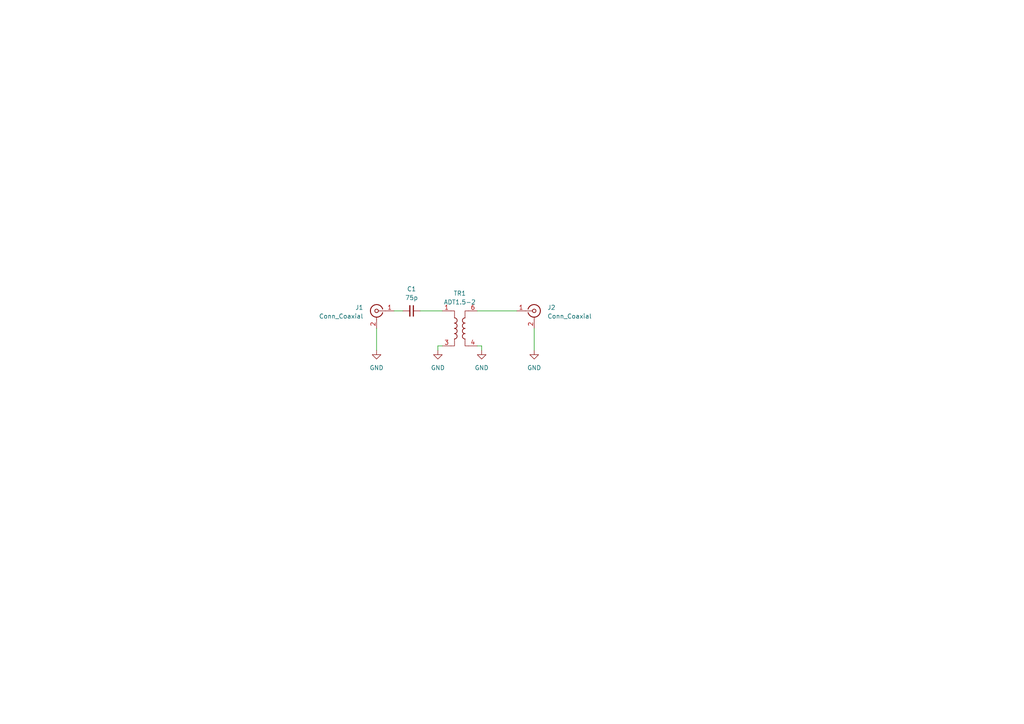
<source format=kicad_sch>
(kicad_sch (version 20230121) (generator eeschema)

  (uuid e644cc4c-0a4b-4588-9be3-92ade4582067)

  (paper "A4")

  (lib_symbols
    (symbol "Connector:Conn_Coaxial" (pin_names (offset 1.016) hide) (in_bom yes) (on_board yes)
      (property "Reference" "J" (at 0.254 3.048 0)
        (effects (font (size 1.27 1.27)))
      )
      (property "Value" "Conn_Coaxial" (at 2.921 0 90)
        (effects (font (size 1.27 1.27)))
      )
      (property "Footprint" "" (at 0 0 0)
        (effects (font (size 1.27 1.27)) hide)
      )
      (property "Datasheet" " ~" (at 0 0 0)
        (effects (font (size 1.27 1.27)) hide)
      )
      (property "ki_keywords" "BNC SMA SMB SMC LEMO coaxial connector CINCH RCA MCX MMCX U.FL UMRF" (at 0 0 0)
        (effects (font (size 1.27 1.27)) hide)
      )
      (property "ki_description" "coaxial connector (BNC, SMA, SMB, SMC, Cinch/RCA, LEMO, ...)" (at 0 0 0)
        (effects (font (size 1.27 1.27)) hide)
      )
      (property "ki_fp_filters" "*BNC* *SMA* *SMB* *SMC* *Cinch* *LEMO* *UMRF* *MCX* *U.FL*" (at 0 0 0)
        (effects (font (size 1.27 1.27)) hide)
      )
      (symbol "Conn_Coaxial_0_1"
        (arc (start -1.778 -0.508) (mid 0.2311 -1.8066) (end 1.778 0)
          (stroke (width 0.254) (type default))
          (fill (type none))
        )
        (polyline
          (pts
            (xy -2.54 0)
            (xy -0.508 0)
          )
          (stroke (width 0) (type default))
          (fill (type none))
        )
        (polyline
          (pts
            (xy 0 -2.54)
            (xy 0 -1.778)
          )
          (stroke (width 0) (type default))
          (fill (type none))
        )
        (circle (center 0 0) (radius 0.508)
          (stroke (width 0.2032) (type default))
          (fill (type none))
        )
        (arc (start 1.778 0) (mid 0.2099 1.8101) (end -1.778 0.508)
          (stroke (width 0.254) (type default))
          (fill (type none))
        )
      )
      (symbol "Conn_Coaxial_1_1"
        (pin passive line (at -5.08 0 0) (length 2.54)
          (name "In" (effects (font (size 1.27 1.27))))
          (number "1" (effects (font (size 1.27 1.27))))
        )
        (pin passive line (at 0 -5.08 90) (length 2.54)
          (name "Ext" (effects (font (size 1.27 1.27))))
          (number "2" (effects (font (size 1.27 1.27))))
        )
      )
    )
    (symbol "Device:C_Small" (pin_numbers hide) (pin_names (offset 0.254) hide) (in_bom yes) (on_board yes)
      (property "Reference" "C" (at 0.254 1.778 0)
        (effects (font (size 1.27 1.27)) (justify left))
      )
      (property "Value" "C_Small" (at 0.254 -2.032 0)
        (effects (font (size 1.27 1.27)) (justify left))
      )
      (property "Footprint" "" (at 0 0 0)
        (effects (font (size 1.27 1.27)) hide)
      )
      (property "Datasheet" "~" (at 0 0 0)
        (effects (font (size 1.27 1.27)) hide)
      )
      (property "ki_keywords" "capacitor cap" (at 0 0 0)
        (effects (font (size 1.27 1.27)) hide)
      )
      (property "ki_description" "Unpolarized capacitor, small symbol" (at 0 0 0)
        (effects (font (size 1.27 1.27)) hide)
      )
      (property "ki_fp_filters" "C_*" (at 0 0 0)
        (effects (font (size 1.27 1.27)) hide)
      )
      (symbol "C_Small_0_1"
        (polyline
          (pts
            (xy -1.524 -0.508)
            (xy 1.524 -0.508)
          )
          (stroke (width 0.3302) (type default))
          (fill (type none))
        )
        (polyline
          (pts
            (xy -1.524 0.508)
            (xy 1.524 0.508)
          )
          (stroke (width 0.3048) (type default))
          (fill (type none))
        )
      )
      (symbol "C_Small_1_1"
        (pin passive line (at 0 2.54 270) (length 2.032)
          (name "~" (effects (font (size 1.27 1.27))))
          (number "1" (effects (font (size 1.27 1.27))))
        )
        (pin passive line (at 0 -2.54 90) (length 2.032)
          (name "~" (effects (font (size 1.27 1.27))))
          (number "2" (effects (font (size 1.27 1.27))))
        )
      )
    )
    (symbol "Transformer:ADT1.5-2" (pin_names hide) (in_bom yes) (on_board yes)
      (property "Reference" "TR" (at 0 6.35 0)
        (effects (font (size 1.27 1.27)))
      )
      (property "Value" "ADT1.5-2" (at 0 -6.35 0)
        (effects (font (size 1.27 1.27)))
      )
      (property "Footprint" "RF_Mini-Circuits:Mini-Circuits_CD636_H4.11mm" (at 0 -8.89 0)
        (effects (font (size 1.27 1.27)) hide)
      )
      (property "Datasheet" "https://www.minicircuits.com/pdfs/ADT1.5-2+.pdf" (at 0 0 0)
        (effects (font (size 1.27 1.27)) hide)
      )
      (property "ki_keywords" "Mini-Circuits RF Transformer" (at 0 0 0)
        (effects (font (size 1.27 1.27)) hide)
      )
      (property "ki_description" "0.3-225MHz 1:1.5 RF Transformer, Balanced to Balanced, CD636" (at 0 0 0)
        (effects (font (size 1.27 1.27)) hide)
      )
      (property "ki_fp_filters" "Mini?Circuits*CD636*" (at 0 0 0)
        (effects (font (size 1.27 1.27)) hide)
      )
      (symbol "ADT1.5-2_0_1"
        (arc (start -1.524 -3.048) (mid -0.7653 -2.286) (end -1.524 -1.524)
          (stroke (width 0.2032) (type default))
          (fill (type none))
        )
        (arc (start -1.524 -1.524) (mid -0.7653 -0.762) (end -1.524 0)
          (stroke (width 0.2032) (type default))
          (fill (type none))
        )
        (arc (start -1.524 0) (mid -0.7653 0.762) (end -1.524 1.524)
          (stroke (width 0.2032) (type default))
          (fill (type none))
        )
        (arc (start -1.524 1.524) (mid -0.7653 2.286) (end -1.524 3.048)
          (stroke (width 0.2032) (type default))
          (fill (type none))
        )
        (polyline
          (pts
            (xy -2.54 5.08)
            (xy -1.524 5.08)
            (xy -1.524 3.048)
          )
          (stroke (width 0.1524) (type default))
          (fill (type none))
        )
        (polyline
          (pts
            (xy -1.524 -3.048)
            (xy -1.524 -5.08)
            (xy -2.54 -5.08)
          )
          (stroke (width 0.1524) (type default))
          (fill (type none))
        )
        (polyline
          (pts
            (xy 1.524 3.048)
            (xy 1.524 5.08)
            (xy 2.54 5.08)
          )
          (stroke (width 0.1524) (type default))
          (fill (type none))
        )
        (polyline
          (pts
            (xy 2.54 -5.08)
            (xy 1.524 -5.08)
            (xy 1.524 -3.048)
          )
          (stroke (width 0.1524) (type default))
          (fill (type none))
        )
        (arc (start 1.524 -1.524) (mid 0.7653 -2.286) (end 1.524 -3.048)
          (stroke (width 0.2032) (type default))
          (fill (type none))
        )
        (arc (start 1.524 0) (mid 0.7653 -0.762) (end 1.524 -1.524)
          (stroke (width 0.2032) (type default))
          (fill (type none))
        )
        (arc (start 1.524 1.524) (mid 0.7653 0.762) (end 1.524 0)
          (stroke (width 0.2032) (type default))
          (fill (type none))
        )
        (arc (start 1.524 3.048) (mid 0.7653 2.286) (end 1.524 1.524)
          (stroke (width 0.2032) (type default))
          (fill (type none))
        )
      )
      (symbol "ADT1.5-2_1_1"
        (pin passive line (at -5.08 -5.08 0) (length 2.54)
          (name "~" (effects (font (size 1.27 1.27))))
          (number "1" (effects (font (size 1.27 1.27))))
        )
        (pin passive line (at -5.08 5.08 0) (length 2.54)
          (name "~" (effects (font (size 1.27 1.27))))
          (number "3" (effects (font (size 1.27 1.27))))
        )
        (pin passive line (at 5.08 5.08 180) (length 2.54)
          (name "~" (effects (font (size 1.27 1.27))))
          (number "4" (effects (font (size 1.27 1.27))))
        )
        (pin passive line (at 5.08 -5.08 180) (length 2.54)
          (name "~" (effects (font (size 1.27 1.27))))
          (number "6" (effects (font (size 1.27 1.27))))
        )
      )
    )
    (symbol "power:GND" (power) (pin_names (offset 0)) (in_bom yes) (on_board yes)
      (property "Reference" "#PWR" (at 0 -6.35 0)
        (effects (font (size 1.27 1.27)) hide)
      )
      (property "Value" "GND" (at 0 -3.81 0)
        (effects (font (size 1.27 1.27)))
      )
      (property "Footprint" "" (at 0 0 0)
        (effects (font (size 1.27 1.27)) hide)
      )
      (property "Datasheet" "" (at 0 0 0)
        (effects (font (size 1.27 1.27)) hide)
      )
      (property "ki_keywords" "global power" (at 0 0 0)
        (effects (font (size 1.27 1.27)) hide)
      )
      (property "ki_description" "Power symbol creates a global label with name \"GND\" , ground" (at 0 0 0)
        (effects (font (size 1.27 1.27)) hide)
      )
      (symbol "GND_0_1"
        (polyline
          (pts
            (xy 0 0)
            (xy 0 -1.27)
            (xy 1.27 -1.27)
            (xy 0 -2.54)
            (xy -1.27 -1.27)
            (xy 0 -1.27)
          )
          (stroke (width 0) (type default))
          (fill (type none))
        )
      )
      (symbol "GND_1_1"
        (pin power_in line (at 0 0 270) (length 0) hide
          (name "GND" (effects (font (size 1.27 1.27))))
          (number "1" (effects (font (size 1.27 1.27))))
        )
      )
    )
  )


  (wire (pts (xy 154.94 95.25) (xy 154.94 101.6))
    (stroke (width 0) (type default))
    (uuid 16ec2f8e-a9d2-495b-923e-720258256b89)
  )
  (wire (pts (xy 138.43 90.17) (xy 149.86 90.17))
    (stroke (width 0) (type default))
    (uuid 47ecfc34-c830-41fd-bab2-e212febf7ee9)
  )
  (wire (pts (xy 109.22 95.25) (xy 109.22 101.6))
    (stroke (width 0) (type default))
    (uuid 67098749-d129-4b80-8240-49d1fd910a32)
  )
  (wire (pts (xy 127 100.33) (xy 128.27 100.33))
    (stroke (width 0) (type default))
    (uuid 6c40185d-9088-48ff-b90e-605590b971b3)
  )
  (wire (pts (xy 127 100.33) (xy 127 101.6))
    (stroke (width 0) (type default))
    (uuid 8d1e8844-0b61-4246-941a-b948515c99cf)
  )
  (wire (pts (xy 139.7 100.33) (xy 139.7 101.6))
    (stroke (width 0) (type default))
    (uuid 952c7c9b-d570-4b5b-9493-9611c83abeb3)
  )
  (wire (pts (xy 114.3 90.17) (xy 116.84 90.17))
    (stroke (width 0) (type default))
    (uuid b5b6e9ec-052f-490c-9ff2-70ebbad70446)
  )
  (wire (pts (xy 121.92 90.17) (xy 128.27 90.17))
    (stroke (width 0) (type default))
    (uuid bff40a38-6bfb-4c52-9d59-82ac8db7e916)
  )
  (wire (pts (xy 138.43 100.33) (xy 139.7 100.33))
    (stroke (width 0) (type default))
    (uuid ed59cbc9-8ec5-4e8b-bb70-a756877ecb2f)
  )

  (symbol (lib_id "Device:C_Small") (at 119.38 90.17 270) (unit 1)
    (in_bom yes) (on_board yes) (dnp no) (fields_autoplaced)
    (uuid 1b365ab1-3d3c-44e3-8a2d-851be7618f61)
    (property "Reference" "C1" (at 119.3736 83.82 90)
      (effects (font (size 1.27 1.27)))
    )
    (property "Value" "75p" (at 119.3736 86.36 90)
      (effects (font (size 1.27 1.27)))
    )
    (property "Footprint" "Capacitor_SMD:C_1206_3216Metric" (at 119.38 90.17 0)
      (effects (font (size 1.27 1.27)) hide)
    )
    (property "Datasheet" "~" (at 119.38 90.17 0)
      (effects (font (size 1.27 1.27)) hide)
    )
    (pin "1" (uuid f82c2e53-4820-4c8f-aaf4-4d0329394bfa))
    (pin "2" (uuid aaae8575-0ae4-42f3-b161-fd320fa31f9b))
    (instances
      (project "Konwerter_impendancji"
        (path "/e644cc4c-0a4b-4588-9be3-92ade4582067"
          (reference "C1") (unit 1)
        )
      )
    )
  )

  (symbol (lib_id "power:GND") (at 139.7 101.6 0) (unit 1)
    (in_bom yes) (on_board yes) (dnp no) (fields_autoplaced)
    (uuid 29a56170-5e47-4642-9d33-f3404f846f68)
    (property "Reference" "#PWR03" (at 139.7 107.95 0)
      (effects (font (size 1.27 1.27)) hide)
    )
    (property "Value" "GND" (at 139.7 106.68 0)
      (effects (font (size 1.27 1.27)))
    )
    (property "Footprint" "" (at 139.7 101.6 0)
      (effects (font (size 1.27 1.27)) hide)
    )
    (property "Datasheet" "" (at 139.7 101.6 0)
      (effects (font (size 1.27 1.27)) hide)
    )
    (pin "1" (uuid f8a588bd-233f-4905-a565-94ceeec0dabd))
    (instances
      (project "Konwerter_impendancji"
        (path "/e644cc4c-0a4b-4588-9be3-92ade4582067"
          (reference "#PWR03") (unit 1)
        )
      )
    )
  )

  (symbol (lib_id "power:GND") (at 154.94 101.6 0) (unit 1)
    (in_bom yes) (on_board yes) (dnp no) (fields_autoplaced)
    (uuid 3dad7964-326a-434f-98f7-46898bacf6d7)
    (property "Reference" "#PWR04" (at 154.94 107.95 0)
      (effects (font (size 1.27 1.27)) hide)
    )
    (property "Value" "GND" (at 154.94 106.68 0)
      (effects (font (size 1.27 1.27)))
    )
    (property "Footprint" "" (at 154.94 101.6 0)
      (effects (font (size 1.27 1.27)) hide)
    )
    (property "Datasheet" "" (at 154.94 101.6 0)
      (effects (font (size 1.27 1.27)) hide)
    )
    (pin "1" (uuid 87303fe0-16a7-43b3-92a3-a2f2050ae500))
    (instances
      (project "Konwerter_impendancji"
        (path "/e644cc4c-0a4b-4588-9be3-92ade4582067"
          (reference "#PWR04") (unit 1)
        )
      )
    )
  )

  (symbol (lib_id "Connector:Conn_Coaxial") (at 154.94 90.17 0) (unit 1)
    (in_bom yes) (on_board yes) (dnp no) (fields_autoplaced)
    (uuid 86fb623f-c671-4c9e-b9ad-74d96a897d27)
    (property "Reference" "J2" (at 158.75 89.1932 0)
      (effects (font (size 1.27 1.27)) (justify left))
    )
    (property "Value" "Conn_Coaxial" (at 158.75 91.7332 0)
      (effects (font (size 1.27 1.27)) (justify left))
    )
    (property "Footprint" "Konektory:Coax_F_female_poziomy" (at 154.94 90.17 0)
      (effects (font (size 1.27 1.27)) hide)
    )
    (property "Datasheet" " ~" (at 154.94 90.17 0)
      (effects (font (size 1.27 1.27)) hide)
    )
    (pin "1" (uuid 4f90b289-1360-4311-abbf-63830a8f2403))
    (pin "2" (uuid abcd31b8-5c6d-40c5-8e1e-5b0344b3f1be))
    (instances
      (project "Konwerter_impendancji"
        (path "/e644cc4c-0a4b-4588-9be3-92ade4582067"
          (reference "J2") (unit 1)
        )
      )
    )
  )

  (symbol (lib_id "Connector:Conn_Coaxial") (at 109.22 90.17 0) (mirror y) (unit 1)
    (in_bom yes) (on_board yes) (dnp no)
    (uuid b06cde96-5f09-4220-ba66-04cf829ae216)
    (property "Reference" "J1" (at 105.41 89.1932 0)
      (effects (font (size 1.27 1.27)) (justify left))
    )
    (property "Value" "Conn_Coaxial" (at 105.41 91.7332 0)
      (effects (font (size 1.27 1.27)) (justify left))
    )
    (property "Footprint" "Connector_Coaxial:SMA_Molex_73251-1153_EdgeMount_Horizontal" (at 109.22 90.17 0)
      (effects (font (size 1.27 1.27)) hide)
    )
    (property "Datasheet" " ~" (at 109.22 90.17 0)
      (effects (font (size 1.27 1.27)) hide)
    )
    (pin "2" (uuid dd35717d-3318-4b2d-bfda-61f043a6a993))
    (pin "1" (uuid 97bb9bbd-ad34-49cf-965b-419150681c52))
    (instances
      (project "Konwerter_impendancji"
        (path "/e644cc4c-0a4b-4588-9be3-92ade4582067"
          (reference "J1") (unit 1)
        )
      )
    )
  )

  (symbol (lib_id "Transformer:ADT1.5-2") (at 133.35 95.25 0) (mirror x) (unit 1)
    (in_bom yes) (on_board yes) (dnp no)
    (uuid d79fdcf4-eb51-4747-94c6-2f52f262add6)
    (property "Reference" "TR1" (at 133.35 85.09 0)
      (effects (font (size 1.27 1.27)))
    )
    (property "Value" "ADT1.5-2" (at 133.35 87.63 0)
      (effects (font (size 1.27 1.27)))
    )
    (property "Footprint" "Transformatory:Tranformator_Coilcraft_TTWB1015L" (at 133.35 86.36 0)
      (effects (font (size 1.27 1.27)) hide)
    )
    (property "Datasheet" "https://www.minicircuits.com/pdfs/ADT1.5-2+.pdf" (at 133.35 95.25 0)
      (effects (font (size 1.27 1.27)) hide)
    )
    (pin "4" (uuid e2d11fe8-46ed-4971-b7b5-34148efdfbd6))
    (pin "3" (uuid 73787236-539f-424d-8ba5-8e22270054e9))
    (pin "6" (uuid ef55236e-a88e-4094-83d8-3b342770c9d3))
    (pin "1" (uuid 9f0637f7-f544-4e21-a866-440c4ff2c220))
    (instances
      (project "Konwerter_impendancji"
        (path "/e644cc4c-0a4b-4588-9be3-92ade4582067"
          (reference "TR1") (unit 1)
        )
      )
    )
  )

  (symbol (lib_id "power:GND") (at 109.22 101.6 0) (unit 1)
    (in_bom yes) (on_board yes) (dnp no) (fields_autoplaced)
    (uuid dfbee1d2-a01e-4224-a284-2a131c241646)
    (property "Reference" "#PWR01" (at 109.22 107.95 0)
      (effects (font (size 1.27 1.27)) hide)
    )
    (property "Value" "GND" (at 109.22 106.68 0)
      (effects (font (size 1.27 1.27)))
    )
    (property "Footprint" "" (at 109.22 101.6 0)
      (effects (font (size 1.27 1.27)) hide)
    )
    (property "Datasheet" "" (at 109.22 101.6 0)
      (effects (font (size 1.27 1.27)) hide)
    )
    (pin "1" (uuid 06e60eb9-9e6c-46a5-a206-cdefa77a8405))
    (instances
      (project "Konwerter_impendancji"
        (path "/e644cc4c-0a4b-4588-9be3-92ade4582067"
          (reference "#PWR01") (unit 1)
        )
      )
    )
  )

  (symbol (lib_id "power:GND") (at 127 101.6 0) (unit 1)
    (in_bom yes) (on_board yes) (dnp no) (fields_autoplaced)
    (uuid ed77d4f0-ca45-47d3-9a32-84aea5960ddc)
    (property "Reference" "#PWR02" (at 127 107.95 0)
      (effects (font (size 1.27 1.27)) hide)
    )
    (property "Value" "GND" (at 127 106.68 0)
      (effects (font (size 1.27 1.27)))
    )
    (property "Footprint" "" (at 127 101.6 0)
      (effects (font (size 1.27 1.27)) hide)
    )
    (property "Datasheet" "" (at 127 101.6 0)
      (effects (font (size 1.27 1.27)) hide)
    )
    (pin "1" (uuid 5e59e3d4-9b8d-4709-852a-7705ed978cf9))
    (instances
      (project "Konwerter_impendancji"
        (path "/e644cc4c-0a4b-4588-9be3-92ade4582067"
          (reference "#PWR02") (unit 1)
        )
      )
    )
  )

  (sheet_instances
    (path "/" (page "1"))
  )
)

</source>
